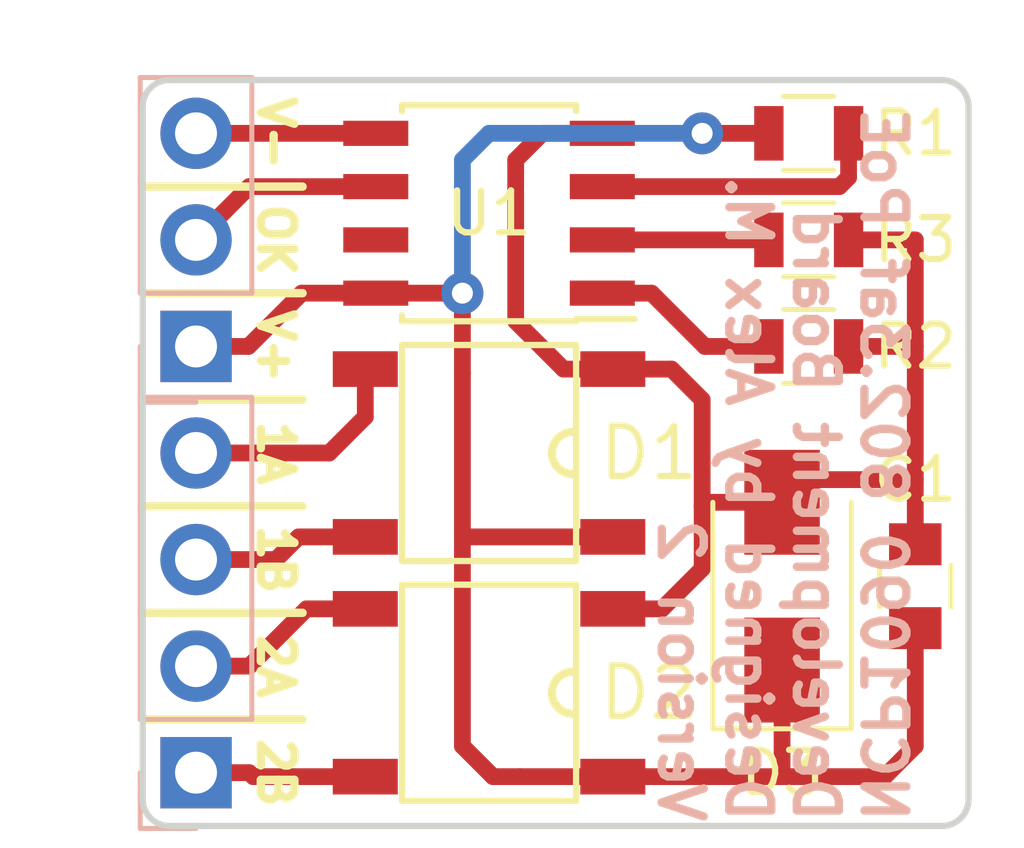
<source format=kicad_pcb>
(kicad_pcb (version 20221018) (generator pcbnew)
  (title_block (title "NCP1090 Development Board") (date "2018-09-08") (rev "2") (company "Alex M."))
  (layers (0 "F.Cu" signal) (31 "B.Cu" signal) (34 "B.Paste" user) (35 "F.Paste" user) (36 "B.SilkS" user "B.Silkscreen") (37 "F.SilkS" user "F.Silkscreen") (38 "B.Mask" user) (39 "F.Mask" user) (44 "Edge.Cuts" user))
  (net 0 "")
  (net 1 "/N")
  (net 2 "/P")
  (net 3 "/BR1b")
  (net 4 "/BR1a")
  (net 5 "/BR2a")
  (net 6 "/BR2b")
  (net 7 "Net-(R1-Pad1)")
  (net 8 "Net-(R2-Pad2)")
  (net 9 "Net-(R3-Pad2)")
  (net 10 "/PGOOD")
  (net 11 "/RTN")
  (footprint "AlexComponents:Micro-DIP-4" (layer "F.Cu") (at 100.965 99.06 90)
    (fp_text reference "D1" (at 0 3.81) (layer "F.SilkS") (effects (font (size 1.2 1.2))))
    (fp_text value "MDB6S")
    (fp_line (start -2.575 -2.075) (end 2.575 -2.075) (stroke (width 0.15)) (layer "F.SilkS"))
    (fp_line (start -2.575 2.075) (end -2.575 -2.075) (stroke (width 0.15)) (layer "F.SilkS"))
    (fp_line (start 2.575 -2.075) (end 2.575 2.075) (stroke (width 0.15)) (layer "F.SilkS"))
    (fp_line (start 2.575 2.075) (end -2.575 2.075) (stroke (width 0.15)) (layer "F.SilkS"))
    (fp_arc (start -0.5 2) (mid -0.353553 1.646447) (end 0 1.5) (stroke (width 0.2)) (layer "F.SilkS"))
    (fp_arc (start 0 1.5) (mid 0.353553 1.646447) (end 0.5 2) (stroke (width 0.2)) (layer "F.SilkS"))
    (pad "1" smd rect (at -2 2.95 90) (size 0.85 1.55) (layers "F.Cu" "F.Paste" "F.Mask") (net 2 "/P"))
    (pad "2" smd rect (at 2 2.95 90) (size 0.85 1.55) (layers "F.Cu" "F.Paste" "F.Mask") (net 1 "/N"))
    (pad "3" smd rect (at 2 -2.95 90) (size 0.85 1.55) (layers "F.Cu" "F.Paste" "F.Mask") (net 4 "/BR1a"))
    (pad "4" smd rect (at -2 -2.95 90) (size 0.85 1.55) (layers "F.Cu" "F.Paste" "F.Mask") (net 3 "/BR1b"))
  )
  (footprint "AlexComponents:Micro-DIP-4" (layer "F.Cu") (at 100.965 104.775 90)
    (fp_text reference "D2" (at 0 3.81) (layer "F.SilkS") (effects (font (size 1.2 1.2))))
    (fp_text value "MDB6S")
    (fp_line (start -2.575 -2.075) (end 2.575 -2.075) (stroke (width 0.15)) (layer "F.SilkS"))
    (fp_line (start -2.575 2.075) (end -2.575 -2.075) (stroke (width 0.15)) (layer "F.SilkS"))
    (fp_line (start 2.575 -2.075) (end 2.575 2.075) (stroke (width 0.15)) (layer "F.SilkS"))
    (fp_line (start 2.575 2.075) (end -2.575 2.075) (stroke (width 0.15)) (layer "F.SilkS"))
    (fp_arc (start -0.5 2) (mid -0.353553 1.646447) (end 0 1.5) (stroke (width 0.2)) (layer "F.SilkS"))
    (fp_arc (start 0 1.5) (mid 0.353553 1.646447) (end 0.5 2) (stroke (width 0.2)) (layer "F.SilkS"))
    (pad "1" smd rect (at -2 2.95 90) (size 0.85 1.55) (layers "F.Cu" "F.Paste" "F.Mask") (net 2 "/P"))
    (pad "2" smd rect (at 2 2.95 90) (size 0.85 1.55) (layers "F.Cu" "F.Paste" "F.Mask") (net 1 "/N"))
    (pad "3" smd rect (at 2 -2.95 90) (size 0.85 1.55) (layers "F.Cu" "F.Paste" "F.Mask") (net 5 "/BR2a"))
    (pad "4" smd rect (at -2 -2.95 90) (size 0.85 1.55) (layers "F.Cu" "F.Paste" "F.Mask") (net 6 "/BR2b"))
  )
  (footprint "Diodes_SMD:D_SMA" (layer "F.Cu") (at 107.95 102.235 90)
    (fp_text reference "D3" (at -4.445 0 180) (layer "F.SilkS"))
    (fp_text value "SMAJ58A")
    (fp_line (start -3.4 -1.65) (end -3.4 1.65) (stroke (width 0.12)) (layer "F.SilkS"))
    (fp_line (start -3.4 -1.65) (end 2 -1.65) (stroke (width 0.12)) (layer "F.SilkS"))
    (fp_line (start -3.4 1.65) (end 2 1.65) (stroke (width 0.12)) (layer "F.SilkS"))
    (pad "1" smd rect (at -2 0 90) (size 2.5 1.8) (layers "F.Cu" "F.Paste" "F.Mask") (net 2 "/P"))
    (pad "2" smd rect (at 2 0 90) (size 2.5 1.8) (layers "F.Cu" "F.Paste" "F.Mask") (net 1 "/N"))
  )
  (footprint "Resistors_SMD:R_0805" (layer "F.Cu") (at 108.585 91.44 180)
    (fp_text reference "R1" (at -2.54 0 180) (layer "F.SilkS"))
    (fp_text value "24.9k")
    (fp_line (start -0.6 -0.88) (end 0.6 -0.88) (stroke (width 0.12)) (layer "F.SilkS"))
    (fp_line (start 0.6 0.88) (end -0.6 0.88) (stroke (width 0.12)) (layer "F.SilkS"))
    (pad "1" smd rect (at -0.95 0 180) (size 0.7 1.3) (layers "F.Cu" "F.Paste" "F.Mask") (net 7 "Net-(R1-Pad1)"))
    (pad "2" smd rect (at 0.95 0 180) (size 0.7 1.3) (layers "F.Cu" "F.Paste" "F.Mask") (net 2 "/P"))
  )
  (footprint "Resistors_SMD:R_0805" (layer "F.Cu") (at 108.585 96.52 180)
    (fp_text reference "R2" (at -2.54 0 180) (layer "F.SilkS"))
    (fp_text value "178k")
    (fp_line (start -0.6 -0.88) (end 0.6 -0.88) (stroke (width 0.12)) (layer "F.SilkS"))
    (fp_line (start 0.6 0.88) (end -0.6 0.88) (stroke (width 0.12)) (layer "F.SilkS"))
    (pad "1" smd rect (at -0.95 0 180) (size 0.7 1.3) (layers "F.Cu" "F.Paste" "F.Mask") (net 1 "/N"))
    (pad "2" smd rect (at 0.95 0 180) (size 0.7 1.3) (layers "F.Cu" "F.Paste" "F.Mask") (net 8 "Net-(R2-Pad2)"))
  )
  (footprint "Resistors_SMD:R_0805" (layer "F.Cu") (at 108.585 93.98 180)
    (fp_text reference "R3" (at -2.54 0 180) (layer "F.SilkS"))
    (fp_text value "4420")
    (fp_line (start -0.6 -0.88) (end 0.6 -0.88) (stroke (width 0.12)) (layer "F.SilkS"))
    (fp_line (start 0.6 0.88) (end -0.6 0.88) (stroke (width 0.12)) (layer "F.SilkS"))
    (pad "1" smd rect (at -0.95 0 180) (size 0.7 1.3) (layers "F.Cu" "F.Paste" "F.Mask") (net 1 "/N"))
    (pad "2" smd rect (at 0.95 0 180) (size 0.7 1.3) (layers "F.Cu" "F.Paste" "F.Mask") (net 9 "Net-(R3-Pad2)"))
  )
  (footprint "Housings_SOIC:SOIC-8_3.9x4.9mm_Pitch1.27mm" (layer "F.Cu") (at 100.965 93.345 180)
    (fp_text reference "U1" (at 0 0 180) (layer "F.SilkS"))
    (fp_text value "NCP1090")
    (fp_line (start -2.075 -2.575) (end -2.075 -2.525) (stroke (width 0.15)) (layer "F.SilkS"))
    (fp_line (start -2.075 -2.575) (end 2.075 -2.575) (stroke (width 0.15)) (layer "F.SilkS"))
    (fp_line (start -2.075 -2.525) (end -3.475 -2.525) (stroke (width 0.15)) (layer "F.SilkS"))
    (fp_line (start -2.075 2.575) (end -2.075 2.43) (stroke (width 0.15)) (layer "F.SilkS"))
    (fp_line (start -2.075 2.575) (end 2.075 2.575) (stroke (width 0.15)) (layer "F.SilkS"))
    (fp_line (start 2.075 -2.575) (end 2.075 -2.43) (stroke (width 0.15)) (layer "F.SilkS"))
    (fp_line (start 2.075 2.575) (end 2.075 2.43) (stroke (width 0.15)) (layer "F.SilkS"))
    (pad "1" smd rect (at -2.7 -1.905 180) (size 1.55 0.6) (layers "F.Cu" "F.Paste" "F.Mask") (net 8 "Net-(R2-Pad2)"))
    (pad "2" smd rect (at -2.7 -0.635 180) (size 1.55 0.6) (layers "F.Cu" "F.Paste" "F.Mask") (net 9 "Net-(R3-Pad2)"))
    (pad "3" smd rect (at -2.7 0.635 180) (size 1.55 0.6) (layers "F.Cu" "F.Paste" "F.Mask") (net 7 "Net-(R1-Pad1)"))
    (pad "4" smd rect (at -2.7 1.905 180) (size 1.55 0.6) (layers "F.Cu" "F.Paste" "F.Mask") (net 1 "/N"))
    (pad "5" smd rect (at 2.7 1.905 180) (size 1.55 0.6) (layers "F.Cu" "F.Paste" "F.Mask") (net 11 "/RTN"))
    (pad "6" smd rect (at 2.7 0.635 180) (size 1.55 0.6) (layers "F.Cu" "F.Paste" "F.Mask") (net 10 "/PGOOD"))
    (pad "7" smd rect (at 2.7 -0.635 180) (size 1.55 0.6) (layers "F.Cu" "F.Paste" "F.Mask"))
    (pad "8" smd rect (at 2.7 -1.905 180) (size 1.55 0.6) (layers "F.Cu" "F.Paste" "F.Mask") (net 2 "/P"))
  )
  (footprint "Capacitors_SMD:C_0805" (layer "F.Cu") (at 111.125 102.235 90)
    (fp_text reference "C1" (at 2.54 0 180) (layer "F.SilkS"))
    (fp_text value "100n")
    (fp_line (start -0.5 0.85) (end 0.5 0.85) (stroke (width 0.12)) (layer "F.SilkS"))
    (fp_line (start 0.5 -0.85) (end -0.5 -0.85) (stroke (width 0.12)) (layer "F.SilkS"))
    (pad "1" smd rect (at -1 0 90) (size 1 1.25) (layers "F.Cu" "F.Paste" "F.Mask") (net 2 "/P"))
    (pad "2" smd rect (at 1 0 90) (size 1 1.25) (layers "F.Cu" "F.Paste" "F.Mask") (net 1 "/N"))
  )
  (footprint "Pin_Headers:Pin_Header_Straight_1x04_Pitch2.54mm" (layer "B.Cu") (at 93.98 106.68)
    (fp_text reference "X1" hide)
    (fp_text value "Conn_01x04")
    (fp_line (start -1.33 -8.95) (end 1.33 -8.95) (stroke (width 0.12)) (layer "B.SilkS"))
    (fp_line (start -1.33 -1.27) (end -1.33 -8.95) (stroke (width 0.12)) (layer "B.SilkS"))
    (fp_line (start -1.33 -1.27) (end 1.33 -1.27) (stroke (width 0.12)) (layer "B.SilkS"))
    (fp_line (start -1.33 0) (end -1.33 1.33) (stroke (width 0.12)) (layer "B.SilkS"))
    (fp_line (start -1.33 1.33) (end 0 1.33) (stroke (width 0.12)) (layer "B.SilkS"))
    (fp_line (start 1.33 -1.27) (end 1.33 -8.95) (stroke (width 0.12)) (layer "B.SilkS"))
    (pad "1" thru_hole rect (at 0 0) (size 1.7 1.7) (drill 1) (layers "*.Cu" "*.Mask") (net 6 "/BR2b"))
    (pad "2" thru_hole oval (at 0 -2.54) (size 1.7 1.7) (drill 1) (layers "*.Cu" "*.Mask") (net 5 "/BR2a"))
    (pad "3" thru_hole oval (at 0 -5.08) (size 1.7 1.7) (drill 1) (layers "*.Cu" "*.Mask") (net 3 "/BR1b"))
    (pad "4" thru_hole oval (at 0 -7.62) (size 1.7 1.7) (drill 1) (layers "*.Cu" "*.Mask") (net 4 "/BR1a"))
  )
  (footprint "Pin_Headers:Pin_Header_Straight_1x03_Pitch2.54mm" (layer "B.Cu") (at 93.98 96.52)
    (fp_text reference "X2" hide)
    (fp_text value "Conn_01x03")
    (fp_line (start -1.33 -6.41) (end 1.33 -6.41) (stroke (width 0.12)) (layer "B.SilkS"))
    (fp_line (start -1.33 -1.27) (end -1.33 -6.41) (stroke (width 0.12)) (layer "B.SilkS"))
    (fp_line (start -1.33 -1.27) (end 1.33 -1.27) (stroke (width 0.12)) (layer "B.SilkS"))
    (fp_line (start -1.33 0) (end -1.33 1.33) (stroke (width 0.12)) (layer "B.SilkS"))
    (fp_line (start -1.33 1.33) (end 0 1.33) (stroke (width 0.12)) (layer "B.SilkS"))
    (fp_line (start 1.33 -1.27) (end 1.33 -6.41) (stroke (width 0.12)) (layer "B.SilkS"))
    (pad "1" thru_hole rect (at 0 0) (size 1.7 1.7) (drill 1) (layers "*.Cu" "*.Mask") (net 2 "/P"))
    (pad "2" thru_hole oval (at 0 -2.54) (size 1.7 1.7) (drill 1) (layers "*.Cu" "*.Mask") (net 10 "/PGOOD"))
    (pad "3" thru_hole oval (at 0 -5.08) (size 1.7 1.7) (drill 1) (layers "*.Cu" "*.Mask") (net 11 "/RTN"))
  )
  (gr_line (start 92.71 92.71) (end 96.52 92.71) (stroke (width 0.2)) (layer "F.SilkS"))
  (gr_line (start 92.71 105.41) (end 96.52 105.41) (stroke (width 0.2)) (layer "F.SilkS"))
  (gr_line (start 92.71 97.79) (end 96.52 97.79) (stroke (width 0.2)) (layer "F.SilkS"))
  (gr_line (start 92.71 102.87) (end 96.52 102.87) (stroke (width 0.2)) (layer "F.SilkS"))
  (gr_line (start 92.71 95.25) (end 96.52 95.25) (stroke (width 0.2)) (layer "F.SilkS"))
  (gr_line (start 92.71 100.33) (end 96.52 100.33) (stroke (width 0.2)) (layer "F.SilkS"))
  (gr_arc (start 92.71 90.805) (mid 92.895987 90.355987) (end 93.345 90.17) (stroke (width 0.15)) (layer "Edge.Cuts"))
  (gr_arc (start 111.76 90.17) (mid 112.209013 90.355987) (end 112.395 90.805) (stroke (width 0.15)) (layer "Edge.Cuts"))
  (gr_arc (start 112.395 107.315) (mid 112.209013 107.764013) (end 111.76 107.95) (stroke (width 0.15)) (layer "Edge.Cuts"))
  (gr_arc (start 93.345 107.95) (mid 92.895987 107.764013) (end 92.71 107.315) (stroke (width 0.15)) (layer "Edge.Cuts"))
  (gr_line (start 111.76 107.95) (end 93.345 107.95) (stroke (width 0.15)) (layer "Edge.Cuts"))
  (gr_line (start 92.71 90.805) (end 92.71 107.315) (stroke (width 0.15)) (layer "Edge.Cuts"))
  (gr_line (start 112.395 90.805) (end 112.395 107.315) (stroke (width 0.15)) (layer "Edge.Cuts"))
  (gr_line (start 93.345 90.17) (end 111.76 90.17) (stroke (width 0.15)) (layer "Edge.Cuts"))
  (gr_text "NCP1090 802.3af PoE\nDevelopment Board\nDesigned by Alex M.\nVersion 2" (at 107.95 107.95 270) (layer "B.SilkS") (effects (font (size 1 1) (thickness 0.2)) (justify left mirror)))
  (gr_text "V-" (at 95.885 91.44 270) (layer "F.SilkS") (effects (font (size 0.8 0.8) (thickness 0.2))))
  (gr_text "V+" (at 95.885 96.52 270) (layer "F.SilkS") (effects (font (size 0.8 0.8) (thickness 0.2))))
  (gr_text "1A" (at 95.885 99.06 270) (layer "F.SilkS") (effects (font (size 0.8 0.8) (thickness 0.2))))
  (gr_text "1B" (at 95.885 101.6 270) (layer "F.SilkS") (effects (font (size 0.8 0.8) (thickness 0.2))))
  (gr_text "2A" (at 95.885 104.14 270) (layer "F.SilkS") (effects (font (size 0.8 0.8) (thickness 0.2))))
  (gr_text "2B" (at 95.885 106.68 270) (layer "F.SilkS") (effects (font (size 0.8 0.8) (thickness 0.2))))
  (gr_text "OK" (at 95.885 93.98 270) (layer "F.SilkS") (effects (font (size 0.8 0.8) (thickness 0.2))))
  (segment (start 111.125 99.695) (end 111.125 96.52) (width 0.4) (layer "F.Cu") (net 1))
  (segment (start 107.95 100.235) (end 106.14 100.235) (width 0.4) (layer "F.Cu") (net 1))
  (segment (start 101.6 95.92) (end 101.6 92.075) (width 0.4) (layer "F.Cu") (net 1))
  (segment (start 103.915 102.775) (end 105.09 102.775) (width 0.4) (layer "F.Cu") (net 1))
  (segment (start 111.125 101.235) (end 111.125 99.695) (width 0.4) (layer "F.Cu") (net 1))
  (segment (start 101.6 92.075) (end 102.235 91.44) (width 0.4) (layer "F.Cu") (net 1))
  (segment (start 106.045 101.82) (end 106.045 100.33) (width 0.4) (layer "F.Cu") (net 1))
  (segment (start 111.125 99.695) (end 108.49 99.695) (width 0.4) (layer "F.Cu") (net 1))
  (segment (start 109.535 96.52) (end 111.125 96.52) (width 0.4) (layer "F.Cu") (net 1))
  (segment (start 105.09 102.775) (end 106.045 101.82) (width 0.4) (layer "F.Cu") (net 1))
  (segment (start 106.14 100.235) (end 106.045 100.33) (width 0.4) (layer "F.Cu") (net 1))
  (segment (start 111.125 96.52) (end 111.125 93.98) (width 0.4) (layer "F.Cu") (net 1))
  (segment (start 103.915 97.06) (end 102.74 97.06) (width 0.4) (layer "F.Cu") (net 1))
  (segment (start 108.49 99.695) (end 107.95 100.235) (width 0.4) (layer "F.Cu") (net 1))
  (segment (start 102.74 97.06) (end 101.6 95.92) (width 0.4) (layer "F.Cu") (net 1))
  (segment (start 102.235 91.44) (end 103.665 91.44) (width 0.4) (layer "F.Cu") (net 1))
  (segment (start 106.045 100.33) (end 106.045 97.79) (width 0.4) (layer "F.Cu") (net 1))
  (segment (start 105.315 97.06) (end 103.915 97.06) (width 0.4) (layer "F.Cu") (net 1))
  (segment (start 111.125 93.98) (end 109.535 93.98) (width 0.4) (layer "F.Cu") (net 1))
  (segment (start 106.045 97.79) (end 105.315 97.06) (width 0.4) (layer "F.Cu") (net 1))
  (segment (start 96.5 95.25) (end 98.265 95.25) (width 0.4) (layer "F.Cu") (net 2))
  (segment (start 100.33 100.965) (end 100.33 97.155) (width 0.4) (layer "F.Cu") (net 2))
  (segment (start 103.915 101.06) (end 100.425 101.06) (width 0.4) (layer "F.Cu") (net 2))
  (segment (start 93.98 96.52) (end 95.23 96.52) (width 0.4) (layer "F.Cu") (net 2))
  (segment (start 100.425 101.06) (end 100.33 100.965) (width 0.4) (layer "F.Cu") (net 2))
  (segment (start 103.915 106.775) (end 101.695 106.775) (width 0.4) (layer "F.Cu") (net 2))
  (segment (start 100.33 97.155) (end 100.33 95.25) (width 0.4) (layer "F.Cu") (net 2))
  (segment (start 100.33 95.25) (end 98.265 95.25) (width 0.4) (layer "F.Cu") (net 2))
  (segment (start 100.33 106.045) (end 100.33 100.965) (width 0.4) (layer "F.Cu") (net 2))
  (segment (start 101.06 106.775) (end 100.33 106.045) (width 0.4) (layer "F.Cu") (net 2))
  (segment (start 101.695 106.775) (end 101.06 106.775) (width 0.4) (layer "F.Cu") (net 2))
  (segment (start 107.95 104.235) (end 107.95 106.775) (width 0.4) (layer "F.Cu") (net 2))
  (segment (start 110.395 106.775) (end 111.125 106.045) (width 0.4) (layer "F.Cu") (net 2))
  (segment (start 107.95 106.775) (end 110.395 106.775) (width 0.4) (layer "F.Cu") (net 2))
  (segment (start 95.23 96.52) (end 96.5 95.25) (width 0.4) (layer "F.Cu") (net 2))
  (segment (start 103.915 106.775) (end 107.95 106.775) (width 0.4) (layer "F.Cu") (net 2))
  (segment (start 111.125 106.045) (end 111.125 103.235) (width 0.4) (layer "F.Cu") (net 2))
  (segment (start 106.045 91.44) (end 107.635 91.44) (width 0.4) (layer "F.Cu") (net 2))
  (via (at 100.33 95.25) (size 1) (drill 0.5) (layers "F.Cu" "B.Cu") (net 2))
  (via (at 106.045 91.44) (size 1) (drill 0.5) (layers "F.Cu" "B.Cu") (net 2))
  (segment (start 100.33 95.25) (end 100.33 92.075) (width 0.4) (layer "B.Cu") (net 2))
  (segment (start 100.33 92.075) (end 100.965 91.44) (width 0.4) (layer "B.Cu") (net 2))
  (segment (start 100.965 91.44) (end 106.045 91.44) (width 0.4) (layer "B.Cu") (net 2))
  (segment (start 96.425 101.06) (end 98.015 101.06) (width 0.4) (layer "F.Cu") (net 3))
  (segment (start 93.98 101.6) (end 95.885 101.6) (width 0.4) (layer "F.Cu") (net 3))
  (segment (start 95.885 101.6) (end 96.425 101.06) (width 0.4) (layer "F.Cu") (net 3))
  (segment (start 94.075 101.695) (end 93.98 101.6) (width 0.4) (layer "F.Cu") (net 3))
  (segment (start 98.015 98.2) (end 98.015 97.06) (width 0.4) (layer "F.Cu") (net 4))
  (segment (start 93.98 99.06) (end 97.155 99.06) (width 0.4) (layer "F.Cu") (net 4))
  (segment (start 97.155 99.06) (end 98.015 98.2) (width 0.4) (layer "F.Cu") (net 4))
  (segment (start 95.25 104.14) (end 96.615 102.775) (width 0.4) (layer "F.Cu") (net 5))
  (segment (start 93.98 104.14) (end 95.25 104.14) (width 0.4) (layer "F.Cu") (net 5))
  (segment (start 96.615 102.775) (end 98.015 102.775) (width 0.4) (layer "F.Cu") (net 5))
  (segment (start 95.345 106.775) (end 98.015 106.775) (width 0.4) (layer "F.Cu") (net 6))
  (segment (start 95.25 106.68) (end 95.345 106.775) (width 0.4) (layer "F.Cu") (net 6))
  (segment (start 93.98 106.68) (end 95.25 106.68) (width 0.4) (layer "F.Cu") (net 6))
  (segment (start 109.535 91.44) (end 109.535 92.49) (width 0.4) (layer "F.Cu") (net 7))
  (segment (start 109.315 92.71) (end 103.665 92.71) (width 0.4) (layer "F.Cu") (net 7))
  (segment (start 109.535 92.49) (end 109.315 92.71) (width 0.4) (layer "F.Cu") (net 7))
  (segment (start 103.665 95.25) (end 104.84 95.25) (width 0.4) (layer "F.Cu") (net 8))
  (segment (start 106.11 96.52) (end 107.635 96.52) (width 0.4) (layer "F.Cu") (net 8))
  (segment (start 104.84 95.25) (end 106.11 96.52) (width 0.4) (layer "F.Cu") (net 8))
  (segment (start 103.665 93.98) (end 107.635 93.98) (width 0.4) (layer "F.Cu") (net 9))
  (segment (start 95.25 92.71) (end 98.265 92.71) (width 0.4) (layer "F.Cu") (net 10))
  (segment (start 93.98 93.98) (end 95.25 92.71) (width 0.4) (layer "F.Cu") (net 10))
  (segment (start 93.98 91.44) (end 98.265 91.44) (width 0.4) (layer "F.Cu") (net 11))
)
</source>
